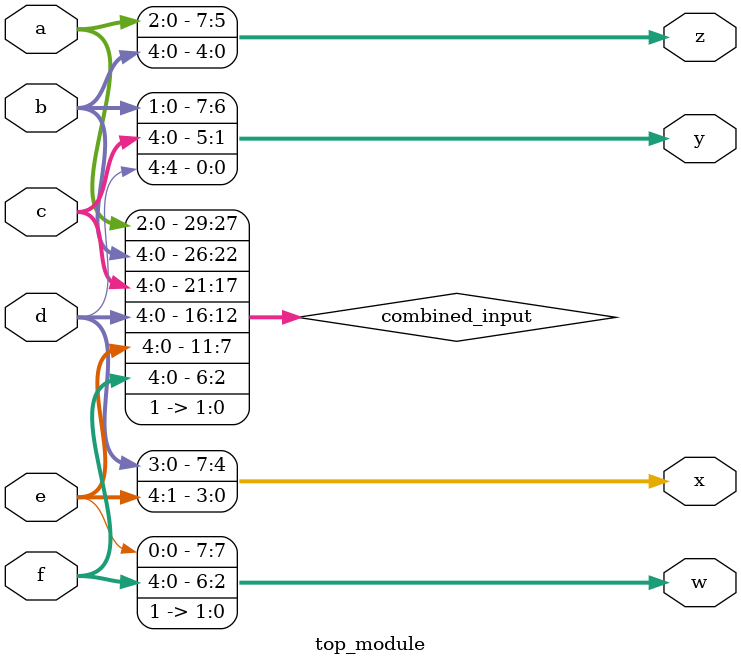
<source format=sv>
module top_module (
    input [4:0] a,
    input [4:0] b,
    input [4:0] c,
    input [4:0] d,
    input [4:0] e,
    input [4:0] f,
    output [7:0] w,
    output [7:0] x,
    output [7:0] y,
    output [7:0] z
);

wire [29:0] combined_input;

assign combined_input = {a, b, c, d, e, f, 2'b11};

assign w = combined_input[7:0];
assign x = combined_input[15:8];
assign y = combined_input[23:16];
assign z = combined_input[29:22];

endmodule

</source>
